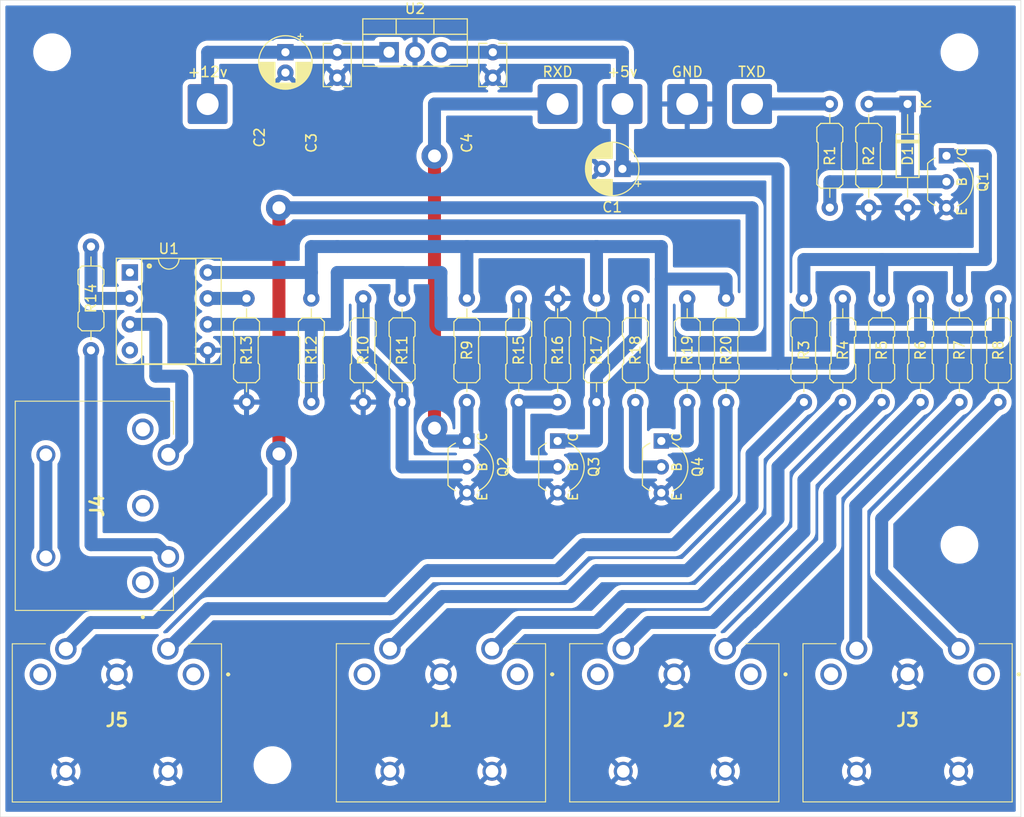
<source format=kicad_pcb>
(kicad_pcb (version 20241229) (generator "pcbnew") (generator_version "9.0")
  (title_block (comment 4 "AISLER Project ID: TXHNPXDB"))
  (layers (0 "F.Cu" signal) (2 "B.Cu" signal) (13 "F.Paste" user) (15 "B.Paste" user) (5 "F.SilkS" user "F.Silkscreen") (7 "B.SilkS" user "B.Silkscreen") (1 "F.Mask" user) (3 "B.Mask" user) (25 "Edge.Cuts" user))
  (net 0 "")
  (net 1 "Net-(D1-K)")
  (net 4 "Net-(J1-Pad5)")
  (net 5 "Net-(J1-Pad4)")
  (net 6 "Net-(J2-Pad5)")
  (net 7 "Net-(J2-Pad4)")
  (net 11 "Net-(J3-Pad5)")
  (net 12 "Net-(J3-Pad4)")
  (net 16 "Net-(J4-Pad4)")
  (net 18 "Net-(U1-C2)")
  (net 20 "Net-(J5-Pad4)")
  (net 22 "Net-(J5-Pad5)")
  (net 23 "Net-(Q1-C)")
  (net 24 "Net-(Q2-B)")
  (net 25 "Net-(Q3-C)")
  (net 26 "Net-(Q3-B)")
  (net 27 "Net-(Q4-B)")
  (net 28 "Net-(Q4-C)")
  (net 29 "Net-(U1-VO2)")
  (net 30 "Net-(U1-VO1)")
  (net 31 "Net-(U1-C1)")
  (net 34 "+5V")
  (net 35 "Net-(Q2-C)")
  (net 36 "Net-(TXD1-Pin_1)")
  (net 37 "GND")
  (net 38 "Net-(J4-PadMH1)")
  (net 39 "Net-(+12v1-Pin_1)")
  (footprint "PCM_Resistor_THT_AKL:R_Axial_DIN0207_L6.3mm_D2.5mm_P10.16mm_Horizontal" (layer "F.Cu") (at 43.18 52.06 90)
    (property "Reference" "R12" (at 5.08 0 90) (layer "F.SilkS"))
    (property "Value" "1k5" (hide yes))
    (pad "1" thru_hole circle (at 0 0 90) (size 1.6 1.6) (drill 0.8) (layers "*.Cu" "*.Mask") (net 29 "Net-(U1-VO2)"))
    (pad "2" thru_hole oval (at 10.16 0 90) (size 1.6 1.6) (drill 0.8) (layers "*.Cu" "*.Mask") (net 34 "+5V"))
  )
  (footprint "KCDX-5S-N:KCDX5SN" (layer "F.Cu") (at 31.63 78.74)
    (property "Reference" "J5" (at -7.5 4.475 0) (layer "F.SilkS") (effects (font (size 1.27 1.27) (thickness 0.254))))
    (property "Value" "DIN-5_180degree" (hide yes))
    (pad "1" thru_hole circle (at 0 0) (size 2.1 2.1) (drill 1.4) (layers "*.Cu" "*.Mask"))
    (pad "2" thru_hole circle (at -7.5 0) (size 2.1 2.1) (drill 1.4) (layers "*.Cu" "*.Mask") (net 37 "GND"))
    (pad "3" thru_hole circle (at -15 0) (size 2.1 2.1) (drill 1.4) (layers "*.Cu" "*.Mask"))
    (pad "4" thru_hole circle (at -2.5 -2.5) (size 2.1 2.1) (drill 1.4) (layers "*.Cu" "*.Mask") (net 20 "Net-(J5-Pad4)"))
    (pad "5" thru_hole circle (at -12.5 -2.5) (size 2.1 2.1) (drill 1.4) (layers "*.Cu" "*.Mask") (net 22 "Net-(J5-Pad5)"))
    (pad "MH1" thru_hole circle (at -2.5 9.5) (size 1.86 1.86) (drill 1.24) (layers "*.Cu" "*.Mask") (net 37 "GND"))
    (pad "MH2" thru_hole circle (at -12.5 9.5) (size 1.86 1.86) (drill 1.24) (layers "*.Cu" "*.Mask") (net 37 "GND"))
  )
  (footprint "Connector_Wire:SolderWire-1.5sqmm_1x01_D1.7mm_OD3.9mm" (layer "F.Cu") (at 73.66 22.85)
    (property "Reference" "+5v" (at 0 -3.15 0) (layer "F.SilkS"))
    (property "Value" "Conn_01x01")
    (pad "1" thru_hole roundrect (at 0 0) (size 3.9 3.9) (drill 2.15) (layers "*.Cu" "*.Mask") (roundrect_rratio 0.064103) (net 34 "+5V"))
  )
  (footprint "MountingHole:MountingHole_3.2mm_M3" (layer "F.Cu") (at 106.68 17.78)
    (property "Reference" "H4" (hide yes))
    (property "Value" "MountingHole" (hide yes))
    (pad "" np_thru_hole circle (at 0 0) (size 3.2 3.2) (drill 3.2) (layers "*.Cu" "*.Mask"))
  )
  (footprint "KCDX-5S-N:KCDX5SN" (layer "F.Cu") (at 109.1 78.73)
    (property "Reference" "J3" (at -7.5 4.475 0) (layer "F.SilkS") (effects (font (size 1.27 1.27) (thickness 0.254))))
    (property "Value" "DIN-5_180degree" (hide yes))
    (pad "1" thru_hole circle (at 0 0) (size 2.1 2.1) (drill 1.4) (layers "*.Cu" "*.Mask"))
    (pad "2" thru_hole circle (at -7.5 0) (size 2.1 2.1) (drill 1.4) (layers "*.Cu" "*.Mask") (net 37 "GND"))
    (pad "3" thru_hole circle (at -15 0) (size 2.1 2.1) (drill 1.4) (layers "*.Cu" "*.Mask"))
    (pad "4" thru_hole circle (at -2.5 -2.5) (size 2.1 2.1) (drill 1.4) (layers "*.Cu" "*.Mask") (net 12 "Net-(J3-Pad4)"))
    (pad "5" thru_hole circle (at -12.5 -2.5) (size 2.1 2.1) (drill 1.4) (layers "*.Cu" "*.Mask") (net 11 "Net-(J3-Pad5)"))
    (pad "MH1" thru_hole circle (at -2.5 9.5) (size 1.86 1.86) (drill 1.24) (layers "*.Cu" "*.Mask") (net 37 "GND"))
    (pad "MH2" thru_hole circle (at -12.5 9.5) (size 1.86 1.86) (drill 1.24) (layers "*.Cu" "*.Mask") (net 37 "GND"))
  )
  (footprint "PCM_Resistor_THT_AKL:R_Axial_DIN0207_L6.3mm_D2.5mm_P10.16mm_Horizontal" (layer "F.Cu") (at 91.44 52.06 90)
    (property "Reference" "R3" (at 5.08 0 90) (layer "F.SilkS"))
    (property "Value" "220R" (hide yes))
    (pad "1" thru_hole circle (at 0 0 90) (size 1.6 1.6) (drill 0.8) (layers "*.Cu" "*.Mask") (net 4 "Net-(J1-Pad5)"))
    (pad "2" thru_hole oval (at 10.16 0 90) (size 1.6 1.6) (drill 0.8) (layers "*.Cu" "*.Mask") (net 23 "Net-(Q1-C)"))
  )
  (footprint "Connector_Wire:SolderWire-1.5sqmm_1x01_D1.7mm_OD3.9mm" (layer "F.Cu") (at 33.02 22.86)
    (property "Reference" "+12v" (at 0 -3.15 0) (layer "F.SilkS"))
    (property "Value" "Conn_01x01")
    (pad "1" thru_hole roundrect (at 0 0) (size 3.9 3.9) (drill 2.15) (layers "*.Cu" "*.Mask") (roundrect_rratio 0.064103) (net 39 "Net-(+12v1-Pin_1)"))
  )
  (footprint "Package_TO_SOT_THT:TO-220-3_Vertical" (layer "F.Cu") (at 50.8 17.78)
    (property "Reference" "U2" (at 2.54 -4.27 0) (layer "F.SilkS"))
    (property "Value" "L7805")
    (pad "1" thru_hole rect (at 0 0) (size 1.905 2) (drill 1.1) (layers "*.Cu" "*.Mask") (net 39 "Net-(+12v1-Pin_1)"))
    (pad "2" thru_hole oval (at 2.54 0) (size 1.905 2) (drill 1.1) (layers "*.Cu" "*.Mask") (net 37 "GND"))
    (pad "3" thru_hole oval (at 5.08 0) (size 1.905 2) (drill 1.1) (layers "*.Cu" "*.Mask") (net 34 "+5V"))
  )
  (footprint "PCM_Package_TO_SOT_THT_AKL:TO-92_Inline_Wide_CBE" (layer "F.Cu") (at 67.31 55.87 -90)
    (property "Reference" "Q3" (at 2.54 -3.56 90) (layer "F.SilkS"))
    (property "Value" "BC547" (hide yes))
    (fp_text user "B" (at 2.54 -1.524 90) (layer "F.SilkS") (effects (font (size 0.9 0.9))))
    (fp_text user "E" (at 5.461 -1.524 90) (layer "F.SilkS") (effects (font (size 0.9 0.9))))
    (fp_text user "C" (at -0.381 -1.524 90) (layer "F.SilkS") (effects (font (size 0.9 0.9))))
    (pad "1" thru_hole rect (at 0 0) (size 1.5 1.5) (drill 0.8) (layers "*.Cu" "*.Mask") (net 25 "Net-(Q3-C)"))
    (pad "2" thru_hole circle (at 2.54 0) (size 1.5 1.5) (drill 0.8) (layers "*.Cu" "*.Mask") (net 26 "Net-(Q3-B)"))
    (pad "3" thru_hole circle (at 5.08 0) (size 1.5 1.5) (drill 0.8) (layers "*.Cu" "*.Mask") (net 37 "GND"))
  )
  (footprint "PCM_Resistor_THT_AKL:R_Axial_DIN0207_L6.3mm_D2.5mm_P10.16mm_Horizontal" (layer "F.Cu") (at 80.01 52.06 90)
    (property "Reference" "R19" (at 5.08 0 90) (layer "F.SilkS"))
    (property "Value" "220R" (hide yes))
    (pad "1" thru_hole circle (at 0 0 90) (size 1.6 1.6) (drill 0.8) (layers "*.Cu" "*.Mask") (net 28 "Net-(Q4-C)"))
    (pad "2" thru_hole oval (at 10.16 0 90) (size 1.6 1.6) (drill 0.8) (layers "*.Cu" "*.Mask") (net 22 "Net-(J5-Pad5)"))
  )
  (footprint "Capacitor_THT:CP_Radial_D5.0mm_P2.00mm" (layer "F.Cu") (at 73.66 29.21 180)
    (property "Reference" "C1" (at 1 -3.75 0) (layer "F.SilkS"))
    (property "Value" "10µ 25v")
    (pad "1" thru_hole rect (at 0 0 180) (size 1.6 1.6) (drill 0.8) (layers "*.Cu" "*.Mask") (net 34 "+5V"))
    (pad "2" thru_hole circle (at 2 0 180) (size 1.6 1.6) (drill 0.8) (layers "*.Cu" "*.Mask") (net 37 "GND"))
  )
  (footprint "PCM_Resistor_THT_AKL:R_Axial_DIN0207_L6.3mm_D2.5mm_P10.16mm_Horizontal" (layer "F.Cu") (at 93.98 33.01 90)
    (property "Reference" "R1" (at 5.08 0 90) (layer "F.SilkS"))
    (property "Value" "5k6" (hide yes))
    (pad "1" thru_hole circle (at 0 0 90) (size 1.6 1.6) (drill 0.8) (layers "*.Cu" "*.Mask") (net 1 "Net-(D1-K)"))
    (pad "2" thru_hole oval (at 10.16 0 90) (size 1.6 1.6) (drill 0.8) (layers "*.Cu" "*.Mask") (net 36 "Net-(TXD1-Pin_1)"))
  )
  (footprint "PCM_Resistor_THT_AKL:R_Axial_DIN0207_L6.3mm_D2.5mm_P10.16mm_Horizontal" (layer "F.Cu") (at 52.07 52.06 90)
    (property "Reference" "R11" (at 5.08 0 90) (layer "F.SilkS"))
    (property "Value" "5k6" (hide yes))
    (pad "1" thru_hole circle (at 0 0 90) (size 1.6 1.6) (drill 0.8) (layers "*.Cu" "*.Mask") (net 24 "Net-(Q2-B)"))
    (pad "2" thru_hole oval (at 10.16 0 90) (size 1.6 1.6) (drill 0.8) (layers "*.Cu" "*.Mask") (net 29 "Net-(U1-VO2)"))
  )
  (footprint "PCM_Resistor_THT_AKL:R_Axial_DIN0207_L6.3mm_D2.5mm_P10.16mm_Horizontal" (layer "F.Cu") (at 95.25 41.9 -90)
    (property "Reference" "R4" (at 5.08 0 270) (layer "F.SilkS"))
    (property "Value" "220R" (hide yes))
    (pad "1" thru_hole circle (at 0 0 270) (size 1.6 1.6) (drill 0.8) (layers "*.Cu" "*.Mask") (net 34 "+5V"))
    (pad "2" thru_hole oval (at 10.16 0 270) (size 1.6 1.6) (drill 0.8) (layers "*.Cu" "*.Mask") (net 5 "Net-(J1-Pad4)"))
  )
  (footprint "PCM_Resistor_THT_AKL:R_Axial_DIN0207_L6.3mm_D2.5mm_P10.16mm_Horizontal" (layer "F.Cu") (at 106.68 52.06 90)
    (property "Reference" "R7" (at 5.08 0 90) (layer "F.SilkS"))
    (property "Value" "220R" (hide yes))
    (pad "1" thru_hole circle (at 0 0 90) (size 1.6 1.6) (drill 0.8) (layers "*.Cu" "*.Mask") (net 11 "Net-(J3-Pad5)"))
    (pad "2" thru_hole oval (at 10.16 0 90) (size 1.6 1.6) (drill 0.8) (layers "*.Cu" "*.Mask") (net 23 "Net-(Q1-C)"))
  )
  (footprint "Capacitor_THT:C_Rect_L4.0mm_W2.5mm_P2.50mm" (layer "F.Cu") (at 45.72 17.78 -90)
    (property "Reference" "C3" (at 8.89 2.54 90) (layer "F.SilkS"))
    (property "Value" "100nF")
    (pad "1" thru_hole circle (at 0 0 270) (size 1.6 1.6) (drill 0.8) (layers "*.Cu" "*.Mask") (net 39 "Net-(+12v1-Pin_1)"))
    (pad "2" thru_hole circle (at 2.5 0 270) (size 1.6 1.6) (drill 0.8) (layers "*.Cu" "*.Mask") (net 37 "GND"))
  )
  (footprint "PCM_Resistor_THT_AKL:R_Axial_DIN0207_L6.3mm_D2.5mm_P10.16mm_Horizontal" (layer "F.Cu") (at 110.49 41.9 -90)
    (property "Reference" "R8" (at 5.08 0 270) (layer "F.SilkS"))
    (property "Value" "220R" (hide yes))
    (pad "1" thru_hole circle (at 0 0 270) (size 1.6 1.6) (drill 0.8) (layers "*.Cu" "*.Mask") (net 34 "+5V"))
    (pad "2" thru_hole oval (at 10.16 0 270) (size 1.6 1.6) (drill 0.8) (layers "*.Cu" "*.Mask") (net 12 "Net-(J3-Pad4)"))
  )
  (footprint "Capacitor_THT:C_Rect_L4.0mm_W2.5mm_P2.50mm" (layer "F.Cu") (at 60.96 17.78 -90)
    (property "Reference" "C4" (at 8.89 2.54 90) (layer "F.SilkS"))
    (property "Value" "100nF")
    (pad "1" thru_hole circle (at 0 0 270) (size 1.6 1.6) (drill 0.8) (layers "*.Cu" "*.Mask") (net 34 "+5V"))
    (pad "2" thru_hole circle (at 2.5 0 270) (size 1.6 1.6) (drill 0.8) (layers "*.Cu" "*.Mask") (net 37 "GND"))
  )
  (footprint "Diode_THT:D_DO-35_SOD27_P10.16mm_Horizontal" (layer "F.Cu") (at 101.6 22.85 -90)
    (property "Reference" "D1" (at 5.08 0 270) (layer "F.SilkS"))
    (property "Value" "1N4148")
    (fp_text user "K" (at 0 -1.8 270) (layer "F.SilkS"))
    (pad "1" thru_hole rect (at 0 0 270) (size 1.6 1.6) (drill 0.8) (layers "*.Cu" "*.Mask") (net 1 "Net-(D1-K)"))
    (pad "2" thru_hole oval (at 10.16 0 270) (size 1.6 1.6) (drill 0.8) (layers "*.Cu" "*.Mask") (net 37 "GND"))
  )
  (footprint "PCM_Package_TO_SOT_THT_AKL:TO-92_Inline_Wide_CBE" (layer "F.Cu") (at 105.41 27.93 -90)
    (property "Reference" "Q1" (at 2.54 -3.56 90) (layer "F.SilkS"))
    (property "Value" "BC547" (hide yes))
    (fp_text user "B" (at 2.54 -1.524 90) (layer "F.SilkS") (effects (font (size 0.9 0.9))))
    (fp_text user "C" (at -0.381 -1.524 90) (layer "F.SilkS") (effects (font (size 0.9 0.9))))
    (fp_text user "E" (at 5.461 -1.524 90) (layer "F.SilkS") (effects (font (size 0.9 0.9))))
    (pad "1" thru_hole rect (at 0 0) (size 1.5 1.5) (drill 0.8) (layers "*.Cu" "*.Mask") (net 23 "Net-(Q1-C)"))
    (pad "2" thru_hole circle (at 2.54 0) (size 1.5 1.5) (drill 0.8) (layers "*.Cu" "*.Mask") (net 1 "Net-(D1-K)"))
    (pad "3" thru_hole circle (at 5.08 0) (size 1.5 1.5) (drill 0.8) (layers "*.Cu" "*.Mask") (net 37 "GND"))
  )
  (footprint "Connector_Wire:SolderWire-1.5sqmm_1x01_D1.7mm_OD3.9mm" (layer "F.Cu") (at 86.36 22.85)
    (property "Reference" "TXD" (at 0 -3.15 0) (layer "F.SilkS"))
    (property "Value" "Conn_01x01")
    (pad "1" thru_hole roundrect (at 0 0) (size 3.9 3.9) (drill 2.15) (layers "*.Cu" "*.Mask") (roundrect_rratio 0.064103) (net 36 "Net-(TXD1-Pin_1)"))
  )
  (footprint "PCM_Resistor_THT_AKL:R_Axial_DIN0207_L6.3mm_D2.5mm_P10.16mm_Horizontal" (layer "F.Cu") (at 21.59 36.82 -90)
    (property "Reference" "R14" (at 5.08 0 90) (layer "F.SilkS"))
    (property "Value" "220R" (hide yes))
    (pad "1" thru_hole circle (at 0 0 270) (size 1.6 1.6) (drill 0.8) (layers "*.Cu" "*.Mask") (net 31 "Net-(U1-C1)"))
    (pad "2" thru_hole oval (at 10.16 0 270) (size 1.6 1.6) (drill 0.8) (layers "*.Cu" "*.Mask") (net 16 "Net-(J4-Pad4)"))
  )
  (footprint "Connector_Wire:SolderWire-1.5sqmm_1x01_D1.7mm_OD3.9mm" (layer "F.Cu") (at 80.01 22.85)
    (property "Reference" "GND" (at 0 -3.15 0) (layer "F.SilkS"))
    (property "Value" "Conn_01x01")
    (pad "1" thru_hole roundrect (at 0 0) (size 3.9 3.9) (drill 2.15) (layers "*.Cu" "*.Mask") (roundrect_rratio 0.064103) (net 37 "GND"))
  )
  (footprint "PCM_Resistor_THT_AKL:R_Axial_DIN0207_L6.3mm_D2.5mm_P10.16mm_Horizontal" (layer "F.Cu") (at 71.12 41.9 -90)
    (property "Reference" "R17" (at 5.08 0 270) (layer "F.SilkS"))
    (property "Value" "3k9" (hide yes))
    (pad "1" thru_hole circle (at 0 0 270) (size 1.6 1.6) (drill 0.8) (layers "*.Cu" "*.Mask") (net 34 "+5V"))
    (pad "2" thru_hole oval (at 10.16 0 270) (size 1.6 1.6) (drill 0.8) (layers "*.Cu" "*.Mask") (net 25 "Net-(Q3-C)"))
  )
  (footprint "MountingHole:MountingHole_3.2mm_M3" (layer "F.Cu") (at 106.68 66.04)
    (property "Reference" "H3" (hide yes))
    (property "Value" "MountingHole" (hide yes))
    (pad "" np_thru_hole circle (at 0 0) (size 3.2 3.2) (drill 3.2) (layers "*.Cu" "*.Mask"))
  )
  (footprint "PCM_Resistor_THT_AKL:R_Axial_DIN0207_L6.3mm_D2.5mm_P10.16mm_Horizontal" (layer "F.Cu") (at 74.93 41.9 -90)
    (property "Reference" "R18" (at 5.08 0 90) (layer "F.SilkS"))
    (property "Value" "4k7" (hide yes))
    (pad "1" thru_hole circle (at 0 0 270) (size 1.6 1.6) (drill 0.8) (layers "*.Cu" "*.Mask") (net 25 "Net-(Q3-C)"))
    (pad "2" thru_hole oval (at 10.16 0 270) (size 1.6 1.6) (drill 0.8) (layers "*.Cu" "*.Mask") (net 27 "Net-(Q4-B)"))
  )
  (footprint "PCM_Resistor_THT_AKL:R_Axial_DIN0207_L6.3mm_D2.5mm_P10.16mm_Horizontal" (layer "F.Cu") (at 97.79 22.85 -90)
    (property "Reference" "R2" (at 5.08 0 270) (layer "F.SilkS"))
    (property "Value" "1k8" (hide yes))
    (pad "1" thru_hole circle (at 0 0 270) (size 1.6 1.6) (drill 0.8) (layers "*.Cu" "*.Mask") (net 1 "Net-(D1-K)"))
    (pad "2" thru_hole oval (at 10.16 0 270) (size 1.6 1.6) (drill 0.8) (layers "*.Cu" "*.Mask") (net 37 "GND"))
  )
  (footprint "PCM_Resistor_THT_AKL:R_Axial_DIN0207_L6.3mm_D2.5mm_P10.16mm_Horizontal" (layer "F.Cu") (at 99.06 52.06 90)
    (property "Reference" "R5" (at 5.08 0 90) (layer "F.SilkS"))
    (property "Value" "220R" (hide yes))
    (pad "1" thru_hole circle (at 0 0 90) (size 1.6 1.6) (drill 0.8) (layers "*.Cu" "*.Mask") (net 6 "Net-(J2-Pad5)"))
    (pad "2" thru_hole oval (at 10.16 0 90) (size 1.6 1.6) (drill 0.8) (layers "*.Cu" "*.Mask") (net 23 "Net-(Q1-C)"))
  )
  (footprint "PCM_Resistor_THT_AKL:R_Axial_DIN0207_L6.3mm_D2.5mm_P10.16mm_Horizontal" (layer "F.Cu") (at 58.42 41.9 -90)
    (property "Reference" "R9" (at 5.08 0 270) (layer "F.SilkS"))
    (property "Value" "1k" (hide yes))
    (pad "1" thru_hole circle (at 0 0 270) (size 1.6 1.6) (drill 0.8) (layers "*.Cu" "*.Mask") (net 34 "+5V"))
    (pad "2" thru_hole oval (at 10.16 0 270) (size 1.6 1.6) (drill 0.8) (layers "*.Cu" "*.Mask") (net 35 "Net-(Q2-C)"))
  )
  (footprint "PCM_Resistor_THT_AKL:R_Axial_DIN0207_L6.3mm_D2.5mm_P10.16mm_Horizontal" (layer "F.Cu") (at 102.87 41.9 -90)
    (property "Reference" "R6" (at 5.08 0 270) (layer "F.SilkS"))
    (property "Value" "220R" (hide yes))
    (pad "1" thru_hole circle (at 0 0 270) (size 1.6 1.6) (drill 0.8) (layers "*.Cu" "*.Mask") (net 34 "+5V"))
    (pad "2" thru_hole oval (at 10.16 0 270) (size 1.6 1.6) (drill 0.8) (layers "*.Cu" "*.Mask") (net 7 "Net-(J2-Pad4)"))
  )
  (footprint "Connector_Wire:SolderWire-1.5sqmm_1x01_D1.7mm_OD3.9mm" (layer "F.Cu") (at 67.31 22.85)
    (property "Reference" "RXD" (at 0 -3.15 0) (layer "F.SilkS"))
    (property "Value" "Conn_01x01")
    (pad "1" thru_hole roundrect (at 0 0) (size 3.9 3.9) (drill 2.15) (layers "*.Cu" "*.Mask") (roundrect_rratio 0.064103) (net 35 "Net-(Q2-C)"))
  )
  (footprint "KCDX-5S-N:KCDX5SN" (layer "F.Cu") (at 26.67 69.72 -90)
    (property "Reference" "J4" (at -7.5 4.475 90) (layer "F.SilkS") (effects (font (size 1.27 1.27) (thickness 0.254))))
    (property "Value" "DIN-5_180degree" (hide yes))
    (pad "1" thru_hole circle (at 0 0 270) (size 2.1 2.1) (drill 1.4) (layers "*.Cu" "*.Mask"))
    (pad "2" thru_hole circle (at -7.5 0 270) (size 2.1 2.1) (drill 1.4) (layers "*.Cu" "*.Mask"))
    (pad "3" thru_hole circle (at -15 0 270) (size 2.1 2.1) (drill 1.4) (layers "*.Cu" "*.Mask"))
    (pad "4" thru_hole circle (at -2.5 -2.5 270) (size 2.1 2.1) (drill 1.4) (layers "*.Cu" "*.Mask") (net 16 "Net-(J4-Pad4)"))
    (pad "5" thru_hole circle (at -12.5 -2.5 270) (size 2.1 2.1) (drill 1.4) (layers "*.Cu" "*.Mask") (net 18 "Net-(U1-C2)"))
    (pad "MH1" thru_hole circle (at -2.5 9.5 270) (size 1.86 1.86) (drill 1.24) (layers "*.Cu" "*.Mask") (net 38 "Net-(J4-PadMH1)"))
    (pad "MH2" thru_hole circle (at -12.5 9.5 270) (size 1.86 1.86) (drill 1.24) (layers "*.Cu" "*.Mask") (net 38 "Net-(J4-PadMH1)"))
  )
  (footprint "PCM_Resistor_THT_AKL:R_Axial_DIN0207_L6.3mm_D2.5mm_P10.16mm_Horizontal" (layer "F.Cu") (at 67.31 52.06 90)
    (property "Reference" "R16" (at 5.08 0 90) (layer "F.SilkS"))
    (property "Value" "3k9" (hide yes))
    (pad "1" thru_hole circle (at 0 0 90) (size 1.6 1.6) (drill 0.8) (layers "*.Cu" "*.Mask") (net 26 "Net-(Q3-B)"))
    (pad "2" thru_hole oval (at 10.16 0 90) (size 1.6 1.6) (drill 0.8) (layers "*.Cu" "*.Mask") (net 37 "GND"))
  )
  (footprint "PCM_Package_TO_SOT_THT_AKL:TO-92_Inline_Wide_CBE" (layer "F.Cu") (at 77.47 55.87 -90)
    (property "Reference" "Q4" (at 2.54 -3.56 90) (layer "F.SilkS"))
    (property "Value" "BC547" (hide yes))
    (fp_text user "C" (at -0.381 -1.524 90) (layer "F.SilkS") (effects (font (size 0.9 0.9))))
    (fp_text user "E" (at 5.461 -1.524 90) (layer "F.SilkS") (effects (font (size 0.9 0.9))))
    (fp_text user "B" (at 2.54 -1.524 90) (layer "F.SilkS") (effects (font (size 0.9 0.9))))
    (pad "1" thru_hole rect (at 0 0) (size 1.5 1.5) (drill 0.8) (layers "*.Cu" "*.Mask") (net 28 "Net-(Q4-C)"))
    (pad "2" thru_hole circle (at 2.54 0) (size 1.5 1.5) (drill 0.8) (layers "*.Cu" "*.Mask") (net 27 "Net-(Q4-B)"))
    (pad "3" thru_hole circle (at 5.08 0) (size 1.5 1.5) (drill 0.8) (layers "*.Cu" "*.Mask") (net 37 "GND"))
  )
  (footprint "KCDX-5S-N:KCDX5SN" (layer "F.Cu") (at 63.38 78.73)
    (property "Reference" "J1" (at -7.5 4.475 0) (layer "F.SilkS") (effects (font (size 1.27 1.27) (thickness 0.254))))
    (property "Value" "DIN-5_180degree" (hide yes))
    (pad "1" thru_hole circle (at 0 0) (size 2.1 2.1) (drill 1.4) (layers "*.Cu" "*.Mask"))
    (pad "2" thru_hole circle (at -7.5 0) (size 2.1 2.1) (drill 1.4) (layers "*.Cu" "*.Mask") (net 37 "GND"))
    (pad "3" thru_hole circle (at -15 0) (size 2.1 2.1) (drill 1.4) (layers "*.Cu" "*.Mask"))
    (pad "4" thru_hole circle (at -2.5 -2.5) (size 2.1 2.1) (drill 1.4) (layers "*.Cu" "*.Mask") (net 5 "Net-(J1-Pad4)"))
    (pad "5" thru_hole circle (at -12.5 -2.5) (size 2.1 2.1) (drill 1.4) (layers "*.Cu" "*.Mask") (net 4 "Net-(J1-Pad5)"))
    (pad "MH1" thru_hole circle (at -2.5 9.5) (size 1.86 1.86) (drill 1.24) (layers "*.Cu" "*.Mask") (net 37 "GND"))
    (pad "MH2" thru_hole circle (at -12.5 9.5) (size 1.86 1.86) (drill 1.24) (layers "*.Cu" "*.Mask") (net 37 "GND"))
  )
  (footprint "PCM_Resistor_THT_AKL:R_Axial_DIN0207_L6.3mm_D2.5mm_P10.16mm_Horizontal" (layer "F.Cu") (at 83.82 41.9 -90)
    (property "Reference" "R20" (at 5.08 0 270) (layer "F.SilkS"))
    (property "Value" "220R" (hide yes))
    (pad "1" thru_hole circle (at 0 0 270) (size 1.6 1.6) (drill 0.8) (layers "*.Cu" "*.Mask") (net 34 "+5V"))
    (pad "2" thru_hole oval (at 10.16 0 270) (size 1.6 1.6) (drill 0.8) (layers "*.Cu" "*.Mask") (net 20 "Net-(J5-Pad4)"))
  )
  (footprint "Capacitor_THT:CP_Radial_D5.0mm_P2.00mm" (layer "F.Cu") (at 40.64 17.78 -90)
    (property "Reference" "C2" (at 8.35 2.54 90) (layer "F.SilkS"))
    (property "Value" "10µ 25v")
    (pad "1" thru_hole rect (at 0 0 270) (size 1.6 1.6) (drill 0.8) (layers "*.Cu" "*.Mask") (net 39 "Net-(+12v1-Pin_1)"))
    (pad "2" thru_hole circle (at 2 0 270) (size 1.6 1.6) (drill 0.8) (layers "*.Cu" "*.Mask") (net 37 "GND"))
  )
  (footprint "MountingHole:MountingHole_3.2mm_M3" (layer "F.Cu") (at 17.78 17.78)
    (property "Reference" "H1" (hide yes))
    (property "Value" "MountingHole" (hide yes))
    (pad "" np_thru_hole circle (at 0 0) (size 3.2 3.2) (drill 3.2) (layers "*.Cu" "*.Mask"))
  )
  (footprint "PCM_Package_DIP_AKL:DIP-8_W7.62mm_Socket" (layer "F.Cu") (at 25.4 39.36)
    (property "Reference" "U1" (at 3.81 -2.33 0) (layer "F.SilkS"))
    (property "Value" "6N138" (hide yes))
    (pad "1" thru_hole rect (at 0 0) (size 1.6 1.6) (drill 0.8) (layers "*.Cu" "*.Mask"))
    (pad "2" thru_hole oval (at 0 2.54) (size 1.6 1.6) (drill 0.8) (layers "*.Cu" "*.Mask") (net 31 "Net-(U1-C1)"))
    (pad "3" thru_hole oval (at 0 5.08) (size 1.6 1.6) (drill 0.8) (layers "*.Cu" "*.Mask") (net 18 "Net-(U1-C2)"))
    (pad "4" thru_hole oval (at 0 7.62) (size 1.6 1.6) (drill 0.8) (layers "*.Cu" "*.Mask"))
    (pad "5" thru_hole oval (at 7.62 7.62) (size 1.6 1.6) (drill 0.8) (layers "*.Cu" "*.Mask") (net 37 "GND"))
    (pad "6" thru_hole oval (at 7.62 5.08) (size 1.6 1.6) (drill 0.8) (layers "*.Cu" "*.Mask") (net 29 "Net-(U1-VO2)"))
    (pad "7" thru_hole oval (at 7.62 2.54) (size 1.6 1.6) (drill 0.8) (layers "*.Cu" "*.Mask") (net 30 "Net-(U1-VO1)"))
    (pad "8" thru_hole oval (at 7.62 0) (size 1.6 1.6) (drill 0.8) (layers "*.Cu" "*.Mask") (net 34 "+5V"))
  )
  (footprint "PCM_Resistor_THT_AKL:R_Axial_DIN0207_L6.3mm_D2.5mm_P10.16mm_Horizontal" (layer "F.Cu") (at 63.5 52.07 90)
    (property "Reference" "R15" (at 5.08 0 90) (layer "F.SilkS"))
    (property "Value" "12k" (hide yes))
    (pad "1" thru_hole circle (at 0 0 90) (size 1.6 1.6) (drill 0.8) (layers "*.Cu" "*.Mask") (net 26 "Net-(Q3-B)"))
    (pad "2" thru_hole oval (at 10.16 0 90) (size 1.6 1.6) (drill 0.8) (layers "*.Cu" "*.Mask") (net 29 "Net-(U1-VO2)"))
  )
  (footprint "PCM_Resistor_THT_AKL:R_Axial_DIN0207_L6.3mm_D2.5mm_P10.16mm_Horizontal" (layer "F.Cu") (at 48.26 41.9 -90)
    (property "Reference" "R10" (at 5.08 0 90) (layer "F.SilkS"))
    (property "Value" "1k5" (hide yes))
    (pad "1" thru_hole circle (at 0 0 270) (size 1.6 1.6) (drill 0.8) (layers "*.Cu" "*.Mask") (net 24 "Net-(Q2-B)"))
    (pad "2" thru_hole oval (at 10.16 0 270) (size 1.6 1.6) (drill 0.8) (layers "*.Cu" "*.Mask") (net 37 "GND"))
  )
  (footprint "PCM_Resistor_THT_AKL:R_Axial_DIN0207_L6.3mm_D2.5mm_P10.16mm_Horizontal" (layer "F.Cu") (at 36.83 41.9 -90)
    (property "Reference" "R13" (at 5.08 0 90) (layer "F.SilkS"))
    (property "Value" "1k" (hide yes))
    (pad "1" thru_hole circle (at 0 0 270) (size 1.6 1.6) (drill 0.8) (layers "*.Cu" "*.Mask") (net 30 "Net-(U1-VO1)"))
    (pad "2" thru_hole oval (at 10.16 0 270) (size 1.6 1.6) (drill 0.8) (layers "*.Cu" "*.Mask") (net 37 "GND"))
  )
  (footprint "KCDX-5S-N:KCDX5SN" (layer "F.Cu") (at 86.24 78.73)
    (property "Reference" "J2" (at -7.5 4.475 0) (layer "F.SilkS") (effects (font (size 1.27 1.27) (thickness 0.254))))
    (property "Value" "DIN-5_180degree" (hide yes))
    (pad "1" thru_hole circle (at 0 0) (size 2.1 2.1) (drill 1.4) (layers "*.Cu" "*.Mask"))
    (pad "2" thru_hole circle (at -7.5 0) (size 2.1 2.1) (drill 1.4) (layers "*.Cu" "*.Mask") (net 37 "GND"))
    (pad "3" thru_hole circle (at -15 0) (size 2.1 2.1) (drill 1.4) (layers "*.Cu" "*.Mask"))
    (pad "4" thru_hole circle (at -2.5 -2.5) (size 2.1 2.1) (drill 1.4) (layers "*.Cu" "*.Mask") (net 7 "Net-(J2-Pad4)"))
    (pad "5" thru_hole circle (at -12.5 -2.5) (size 2.1 2.1) (drill 1.4) (layers "*.Cu" "*.Mask") (net 6 "Net-(J2-Pad5)"))
    (pad "MH1" thru_hole circle (at -2.5 9.5) (size 1.86 1.86) (drill 1.24) (layers "*.Cu" "*.Mask") (net 37 "GND"))
    (pad "MH2" thru_hole circle (at -12.5 9.5) (size 1.86 1.86) (drill 1.24) (layers "*.Cu" "*.Mask") (net 37 "GND"))
  )
  (footprint "PCM_Package_TO_SOT_THT_AKL:TO-92_Inline_Wide_CBE" (layer "F.Cu") (at 58.42 55.87 -90)
    (property "Reference" "Q2" (at 2.54 -3.56 90) (layer "F.SilkS"))
    (property "Value" "BC547" (hide yes))
    (fp_text user "C" (at -0.381 -1.524 90) (layer "F.SilkS") (effects (font (size 0.9 0.9))))
    (fp_text user "B" (at 2.54 -1.524 90) (layer "F.SilkS") (effects (font (size 0.9 0.9))))
    (fp_text user "E" (at 5.461 -1.524 90) (layer "F.SilkS") (effects (font (size 0.9 0.9))))
    (pad "1" thru_hole rect (at 0 0) (size 1.5 1.5) (drill 0.8) (layers "*.Cu" "*.Mask") (net 35 "Net-(Q2-C)"))
    (pad "2" thru_hole circle (at 2.54 0) (size 1.5 1.5) (drill 0.8) (layers "*.Cu" "*.Mask") (net 24 "Net-(Q2-B)"))
    (pad "3" thru_hole circle (at 5.08 0) (size 1.5 1.5) (drill 0.8) (layers "*.Cu" "*.Mask") (net 37 "GND"))
  )
  (footprint "MountingHole:MountingHole_3.2mm_M3" (layer "F.Cu") (at 39.37 87.63)
    (property "Reference" "H2" (hide yes))
    (property "Value" "MountingHole" (hide yes))
    (pad "" np_thru_hole circle (at 0 0) (size 3.2 3.2) (drill 3.2) (layers "*.Cu" "*.Mask"))
  )
  (gr_rect (start 12.7 12.7) (end 112.7 92.7) (stroke (width 0.05)) (fill no) (layer "Edge.Cuts"))
  (segment (start 105.41 30.47) (end 101.6 30.47) (width 1.27) (layer "B.Cu") (net 1))
  (segment (start 93.98 30.47) (end 101.6 30.47) (width 1.27) (layer "B.Cu") (net 1))
  (segment (start 101.6 30.47) (end 101.6 22.85) (width 1.27) (layer "B.Cu") (net 1))
  (segment (start 101.6 22.85) (end 97.79 22.85) (width 1.27) (layer "B.Cu") (net 1))
  (segment (start 93.98 33.01) (end 93.98 30.47) (width 1.27) (layer "B.Cu") (net 1))
  (segment (start 68.58 71.11) (end 71.12 68.57) (width 1.27) (layer "B.Cu") (net 4))
  (segment (start 71.12 68.57) (end 80.01 68.57) (width 1.27) (layer "B.Cu") (net 4))
  (segment (start 86.36 62.22) (end 86.36 57.15) (width 1.27) (layer "B.Cu") (net 4))
  (segment (start 50.88 76.23) (end 56 71.11) (width 1.27) (layer "B.Cu") (net 4))
  (segment (start 56 71.11) (end 68.58 71.11) (width 1.27) (layer "B.Cu") (net 4))
  (segment (start 80.01 68.57) (end 86.36 62.22) (width 1.27) (layer "B.Cu") (net 4))
  (segment (start 91.44 52.06) (end 91.44 52.07) (width 1.27) (layer "B.Cu") (net 4))
  (segment (start 91.44 52.07) (end 86.36 57.15) (width 1.27) (layer "B.Cu") (net 4))
  (segment (start 73.66 71.11) (end 81.28 71.11) (width 1.27) (layer "B.Cu") (net 5))
  (segment (start 88.9 58.41) (end 95.25 52.06) (width 1.27) (layer "B.Cu") (net 5))
  (segment (start 83.83 68.57) (end 88.9 63.5) (width 1.27) (layer "B.Cu") (net 5))
  (segment (start 83.82 68.57) (end 83.83 68.57) (width 1.27) (layer "B.Cu") (net 5))
  (segment (start 63.58 73.65) (end 71.12 73.65) (width 1.27) (layer "B.Cu") (net 5))
  (segment (start 81.28 71.11) (end 83.82 68.57) (width 1.27) (layer "B.Cu") (net 5))
  (segment (start 71.12 73.65) (end 73.66 71.11) (width 1.27) (layer "B.Cu") (net 5))
  (segment (start 61 76.23) (end 63.58 73.65) (width 1.27) (layer "B.Cu") (net 5))
  (segment (start 60.88 76.23) (end 61 76.23) (width 1.27) (layer "B.Cu") (net 5))
  (segment (start 88.9 63.5) (end 88.9 58.41) (width 1.27) (layer "B.Cu") (net 5))
  (segment (start 73.74 76.12) (end 76.21 73.65) (width 1.27) (layer "B.Cu") (net 6))
  (segment (start 96.52 54.6) (end 99.06 52.06) (width 1.27) (layer "B.Cu") (net 6))
  (segment (start 76.21 73.65) (end 82.55 73.65) (width 1.27) (layer "B.Cu") (net 6))
  (segment (start 82.55 73.65) (end 85.09 71.11) (width 1.27) (layer "B.Cu") (net 6))
  (segment (start 91.44 59.69) (end 96.52 54.61) (width 1.27) (layer "B.Cu") (net 6))
  (segment (start 73.74 76.23) (end 73.74 76.12) (width 1.27) (layer "B.Cu") (net 6))
  (segment (start 85.1 71.11) (end 91.44 64.77) (width 1.27) (layer "B.Cu") (net 6))
  (segment (start 91.44 64.77) (end 91.44 59.69) (width 1.27) (layer "B.Cu") (net 6))
  (segment (start 85.09 71.11) (end 85.1 71.11) (width 1.27) (layer "B.Cu") (net 6))
  (segment (start 96.52 54.61) (end 96.52 54.6) (width 1.27) (layer "B.Cu") (net 6))
  (segment (start 86.31 73.66) (end 86.36 73.66) (width 1.27) (layer "B.Cu") (net 7))
  (segment (start 93.98 66.04) (end 93.98 60.95) (width 1.27) (layer "B.Cu") (net 7))
  (segment (start 86.36 73.66) (end 93.98 66.04) (width 1.27) (layer "B.Cu") (net 7))
  (segment (start 83.74 76.23) (end 86.31 73.66) (width 1.27) (layer "B.Cu") (net 7))
  (segment (start 93.98 60.95) (end 102.87 52.06) (width 1.27) (layer "B.Cu") (net 7))
  (segment (start 96.6 76.23) (end 96.52 76.15) (width 1.27) (layer "B.Cu") (net 11))
  (segment (start 96.52 76.15) (end 96.52 62.22) (width 1.27) (layer "B.Cu") (net 11))
  (segment (start 96.52 62.22) (end 106.68 52.06) (width 1.27) (layer "B.Cu") (net 11))
  (segment (start 104.14 58.42) (end 104.14 58.41) (width 1.27) (layer "B.Cu") (net 12))
  (segment (start 99.06 63.5) (end 104.14 58.42) (width 1.27) (layer "B.Cu") (net 12))
  (segment (start 104.14 58.41) (end 110.49 52.06) (width 1.27) (layer "B.Cu") (net 12))
  (segment (start 106.6 76.23) (end 99.06 68.69) (width 1.27) (layer "B.Cu") (net 12))
  (segment (start 99.06 68.69) (end 99.06 63.5) (width 1.27) (layer "B.Cu") (net 12))
  (segment (start 27.98 66.03) (end 29.17 67.22) (width 1.27) (layer "B.Cu") (net 16))
  (segment (start 21.59 46.98) (end 21.59 66.03) (width 1.27) (layer "B.Cu") (net 16))
  (segment (start 21.59 66.03) (end 27.98 66.03) (width 1.27) (layer "B.Cu") (net 16))
  (segment (start 27.94 44.44) (end 25.4 44.44) (width 1.27) (layer "B.Cu") (net 18))
  (segment (start 29.17 57.22) (end 30.48 55.91) (width 1.27) (layer "B.Cu") (net 18))
  (segment (start 30.48 49.52) (end 27.94 49.52) (width 1.27) (layer "B.Cu") (net 18))
  (segment (start 27.94 49.52) (end 27.94 44.44) (width 1.27) (layer "B.Cu") (net 18))
  (segment (start 30.48 55.91) (end 30.48 49.52) (width 1.27) (layer "B.Cu") (net 18))
  (segment (start 29.13 76.24) (end 33.07 72.3) (width 1.27) (layer "B.Cu") (net 20))
  (segment (start 33.07 72.3) (end 50.88 72.3) (width 1.27) (layer "B.Cu") (net 20))
  (segment (start 83.82 60.96) (end 83.82 52.06) (width 1.27) (layer "B.Cu") (net 20))
  (segment (start 54.61 68.57) (end 67.31 68.57) (width 1.27) (layer "B.Cu") (net 20))
  (segment (start 50.88 72.3) (end 54.61 68.57) (width 1.27) (layer "B.Cu") (net 20))
  (segment (start 78.75 66.03) (end 83.82 60.96) (width 1.27) (layer "B.Cu") (net 20))
  (segment (start 69.85 66.03) (end 78.75 66.03) (width 1.27) (layer "B.Cu") (net 20))
  (segment (start 67.31 68.57) (end 69.85 66.03) (width 1.27) (layer "B.Cu") (net 20))
  (segment (start 40.005 33.02) (end 40.005 57.14) (width 1.27) (layer "F.Cu") (net 22))
  (via (at 40.005 33.02) (size 2.54) (drill 1.27) (layers "F.Cu" "B.Cu") (net 22))
  (via (at 40.005 57.14) (size 2.54) (drill 1.27) (layers "F.Cu" "B.Cu") (net 22))
  (segment (start 19.13 76.12) (end 21.59 73.66) (width 1.27) (layer "B.Cu") (net 22))
  (segment (start 40.005 61.595) (end 40.005 57.14) (width 1.27) (layer "B.Cu") (net 22))
  (segment (start 86.36 44.45) (end 80.01 44.45) (width 1.27) (layer "B.Cu") (net 22))
  (segment (start 27.94 73.66) (end 40.005 61.595) (width 1.27) (layer "B.Cu") (net 22))
  (segment (start 21.59 73.66) (end 27.94 73.66) (width 1.27) (layer "B.Cu") (net 22))
  (segment (start 19.13 76.24) (end 19.13 76.12) (width 1.27) (layer "B.Cu") (net 22))
  (segment (start 40.005 33.02) (end 86.36 33.02) (width 1.27) (layer "B.Cu") (net 22))
  (segment (start 80.01 44.45) (end 80.01 41.9) (width 1.27) (layer "B.Cu") (net 22))
  (segment (start 86.36 33.02) (end 86.36 44.45) (width 1.27) (layer "B.Cu") (net 22))
  (segment (start 109.22 38.09) (end 106.68 38.09) (width 1.27) (layer "B.Cu") (net 23))
  (segment (start 109.22 27.93) (end 109.22 38.09) (width 1.27) (layer "B.Cu") (net 23))
  (segment (start 99.06 41.9) (end 99.06 38.09) (width 1.27) (layer "B.Cu") (net 23))
  (segment (start 91.44 38.09) (end 91.44 41.9) (width 1.27) (layer "B.Cu") (net 23))
  (segment (start 106.68 38.09) (end 106.68 41.9) (width 1.27) (layer "B.Cu") (net 23))
  (segment (start 99.06 38.09) (end 91.44 38.09) (width 1.27) (layer "B.Cu") (net 23))
  (segment (start 105.41 27.93) (end 109.22 27.93) (width 1.27) (layer "B.Cu") (net 23))
  (segment (start 99.06 38.09) (end 106.68 38.09) (width 1.27) (layer "B.Cu") (net 23))
  (segment (start 58.42 58.41) (end 52.07 58.41) (width 1.27) (layer "B.Cu") (net 24))
  (segment (start 52.07 50.79) (end 52.07 52.06) (width 1.27) (layer "B.Cu") (net 24))
  (segment (start 48.26 46.98) (end 52.07 50.79) (width 1.27) (layer "B.Cu") (net 24))
  (segment (start 48.26 41.9) (end 48.26 46.98) (width 1.27) (layer "B.Cu") (net 24))
  (segment (start 52.07 58.41) (end 52.07 52.06) (width 1.27) (layer "B.Cu") (net 24))
  (segment (start 74.93 45.71) (end 74.93 41.9) (width 1.27) (layer "B.Cu") (net 25))
  (segment (start 71.12 52.06) (end 71.12 49.52) (width 1.27) (layer "B.Cu") (net 25))
  (segment (start 67.31 55.87) (end 71.12 55.87) (width 1.27) (layer "B.Cu") (net 25))
  (segment (start 71.12 49.52) (end 74.93 45.71) (width 1.27) (layer "B.Cu") (net 25))
  (segment (start 71.12 55.87) (end 71.12 52.06) (width 1.27) (layer "B.Cu") (net 25))
  (segment (start 67.31 58.41) (end 63.5 58.41) (width 1.27) (layer "B.Cu") (net 26))
  (segment (start 67.31 52.06) (end 63.51 52.06) (width 1.27) (layer "B.Cu") (net 26))
  (segment (start 63.51 52.06) (end 63.5 52.07) (width 1.27) (layer "B.Cu") (net 26))
  (segment (start 63.5 58.41) (end 63.5 52.06) (width 1.27) (layer "B.Cu") (net 26))
  (segment (start 74.93 58.41) (end 74.93 52.06) (width 1.27) (layer "B.Cu") (net 27))
  (segment (start 77.47 58.41) (end 74.93 58.41) (width 1.27) (layer "B.Cu") (net 27))
  (segment (start 80.01 55.87) (end 80.01 52.06) (width 1.27) (layer "B.Cu") (net 28))
  (segment (start 77.47 55.87) (end 80.01 55.87) (width 1.27) (layer "B.Cu") (net 28))
  (segment (start 52.08 39.37) (end 55.88 39.37) (width 1.27) (layer "B.Cu") (net 29))
  (segment (start 45.72 44.45) (end 43.18 44.45) (width 1.27) (layer "B.Cu") (net 29))
  (segment (start 33.02 44.44) (end 40.64 44.44) (width 1.27) (layer "B.Cu") (net 29))
  (segment (start 55.88 44.45) (end 63.5 44.45) (width 1.27) (layer "B.Cu") (net 29))
  (segment (start 52.07 39.36) (end 45.72 39.36) (width 1.27) (layer "B.Cu") (net 29))
  (segment (start 43.18 49.52) (end 43.18 52.06) (width 1.27) (layer "B.Cu") (net 29))
  (segment (start 43.18 44.45) (end 43.18 49.52) (width 1.27) (layer "B.Cu") (net 29))
  (segment (start 40.65 44.45) (end 43.18 44.45) (width 1.27) (layer "B.Cu") (net 29))
  (segment (start 45.72 39.36) (end 45.72 44.45) (width 1.27) (layer "B.Cu") (net 29))
  (segment (start 40.64 44.44) (end 40.65 44.45) (width 1.27) (layer "B.Cu") (net 29))
  (segment (start 55.88 39.37) (end 55.87 39.38) (width 1.27) (layer "B.Cu") (net 29))
  (segment (start 55.87 39.38) (end 55.87 41.9) (width 1.27) (layer "B.Cu") (net 29))
  (segment (start 55.87 41.9) (end 55.88 41.91) (width 1.27) (layer "B.Cu") (net 29))
  (segment (start 55.88 41.91) (end 55.88 44.45) (width 1.27) (layer "B.Cu") (net 29))
  (segment (start 52.07 41.9) (end 52.07 39.36) (width 1.27) (layer "B.Cu") (net 29))
  (segment (start 63.5 44.45) (end 63.5 41.91) (width 1.27) (layer "B.Cu") (net 29))
  (segment (start 52.07 39.36) (end 52.08 39.37) (width 1.27) (layer "B.Cu") (net 29))
  (segment (start 33.02 41.9) (end 36.83 41.9) (width 1.27) (layer "B.Cu") (net 30))
  (segment (start 21.59 41.9) (end 21.59 36.82) (width 1.27) (layer "B.Cu") (net 31))
  (segment (start 25.4 41.9) (end 21.59 41.9) (width 1.27) (layer "B.Cu") (net 31))
  (segment (start 77.47 40.005) (end 77.47 36.82) (width 1.27) (layer "B.Cu") (net 34))
  (segment (start 110.49 41.9) (end 110.49 45.71) (width 1.27) (layer "B.Cu") (net 34))
  (segment (start 83.82 40.005) (end 77.47 40.005) (width 1.27) (layer "B.Cu") (net 34))
  (segment (start 71.12 36.82) (end 71.12 41.9) (width 1.27) (layer "B.Cu") (net 34))
  (segment (start 58.42 36.82) (end 58.42 41.9) (width 1.27) (layer "B.Cu") (net 34))
  (segment (start 88.9 48.25) (end 95.25 48.25) (width 1.27) (layer "B.Cu") (net 34))
  (segment (start 102.87 45.71) (end 95.25 45.71) (width 1.27) (layer "B.Cu") (net 34))
  (segment (start 43.18 36.82) (end 43.18 39.36) (width 1.27) (layer "B.Cu") (net 34))
  (segment (start 73.66 29.21) (end 73.66 22.85) (width 1.27) (layer "B.Cu") (net 34))
  (segment (start 73.66 17.78) (end 73.66 22.85) (width 1.27) (layer "B.Cu") (net 34))
  (segment (start 33.02 39.36) (end 43.18 39.36) (width 1.27) (layer "B.Cu") (net 34))
  (segment (start 45.72 36.82) (end 43.18 36.82) (width 1.27) (layer "B.Cu") (net 34))
  (segment (start 77.47 48.25) (end 77.47 40.005) (width 1.27) (layer "B.Cu") (net 34))
  (segment (start 88.9 48.25) (end 77.47 48.25) (width 1.27) (layer "B.Cu") (net 34))
  (segment (start 43.18 39.36) (end 43.18 41.9) (width 1.27) (layer "B.Cu") (net 34))
  (segment (start 88.9 29.21) (end 88.9 48.25) (width 1.27) (layer "B.Cu") (net 34))
  (segment (start 60.96 17.78) (end 73.66 17.78) (width 1.27) (layer "B.Cu") (net 34))
  (segment (start 77.47 36.82) (end 71.12 36.82) (width 1.27) (layer "B.Cu") (net 34))
  (segment (start 55.88 17.78) (end 60.96 17.78) (width 1.27) (layer "B.Cu") (net 34))
  (segment (start 73.66 29.21) (end 88.9 29.21) (width 1.27) (layer "B.Cu") (net 34))
  (segment (start 58.42 36.82) (end 45.72 36.82) (width 1.27) (layer "B.Cu") (net 34))
  (segment (start 83.82 41.9) (end 83.82 40.005) (width 1.27) (layer "B.Cu") (net 34))
  (segment (start 102.87 41.9) (end 102.87 45.71) (width 1.27) (layer "B.Cu") (net 34))
  (segment (start 95.25 44.44) (end 95.25 41.9) (width 1.27) (layer "B.Cu") (net 34))
  (segment (start 71.12 36.82) (end 58.42 36.82) (width 1.27) (layer "B.Cu") (net 34))
  (segment (start 110.49 45.71) (end 102.87 45.71) (width 1.27) (layer "B.Cu") (net 34))
  (segment (start 95.25 48.25) (end 95.25 44.44) (width 1.27) (layer "B.Cu") (net 34))
  (segment (start 55.245 27.94) (end 55.245 54.61) (width 1.27) (layer "F.Cu") (net 35))
  (via (at 55.245 27.94) (size 2.54) (drill 1.27) (layers "F.Cu" "B.Cu") (net 35))
  (via (at 55.245 54.61) (size 2.54) (drill 1.27) (layers "F.Cu" "B.Cu") (net 35))
  (segment (start 58.42 55.87) (end 58.42 52.06) (width 1.27) (layer "B.Cu") (net 35))
  (segment (start 55.245 27.94) (end 55.245 22.86) (width 1.27) (layer "B.Cu") (net 35))
  (segment (start 55.245 55.87) (end 58.42 55.87) (width 1.27) (layer "B.Cu") (net 35))
  (segment (start 55.255 22.85) (end 67.31 22.85) (width 1.27) (layer "B.Cu") (net 35))
  (segment (start 55.245 54.61) (end 55.245 55.87) (width 1.27) (layer "B.Cu") (net 35))
  (segment (start 55.245 22.86) (end 55.255 22.85) (width 1.27) (layer "B.Cu") (net 35))
  (segment (start 93.98 22.85) (end 86.36 22.85) (width 1.27) (layer "B.Cu") (net 36))
  (segment (start 17.17 57.22) (end 17.17 67.22) (width 1.27) (layer "B.Cu") (net 38))
  (segment (start 33.02 22.86) (end 33.02 17.78) (width 1.27) (layer "B.Cu") (net 39))
  (segment (start 45.72 17.78) (end 40.64 17.78) (width 1.27) (layer "B.Cu") (net 39))
  (segment (start 33.02 17.78) (end 40.64 17.78) (width 1.27) (layer "B.Cu") (net 39))
  (segment (start 50.8 17.78) (end 45.72 17.78) (width 1.27) (layer "B.Cu") (net 39))
  (zone (net 37) (net_name "GND") (layer "B.Cu") (connect_pads (clearance 0.5)) (min_thickness 0.254) (fill yes (thermal_gap 0.5) (thermal_bridge_width 0.5))
    (polygon (pts (xy 12.7 12.69) (xy 12.7 92.7) (xy 113.03 92.7) (xy 113.03 12.69)))
  )
)
</source>
